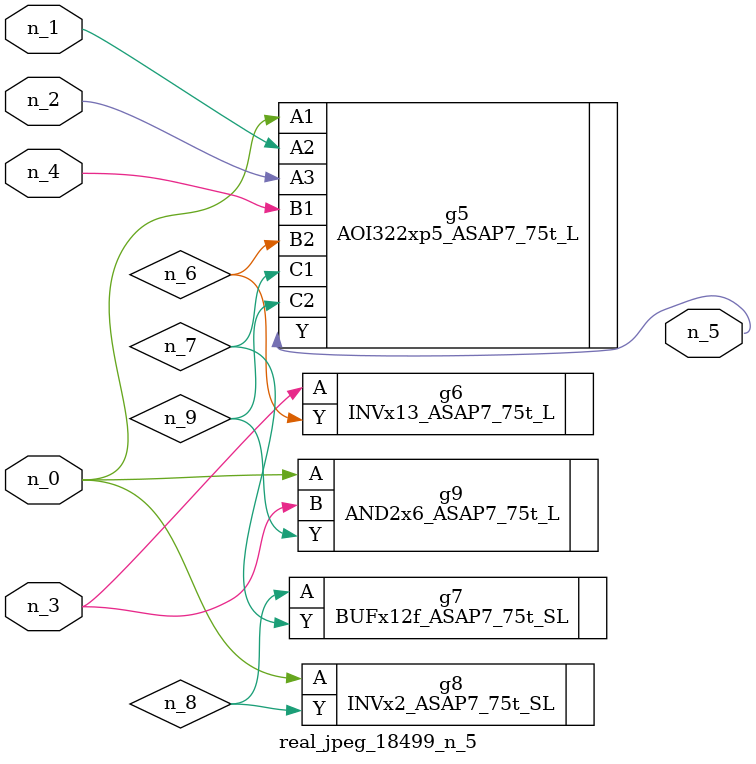
<source format=v>
module real_jpeg_18499_n_5 (n_4, n_0, n_1, n_2, n_3, n_5);

input n_4;
input n_0;
input n_1;
input n_2;
input n_3;

output n_5;

wire n_8;
wire n_6;
wire n_7;
wire n_9;

AOI322xp5_ASAP7_75t_L g5 ( 
.A1(n_0),
.A2(n_1),
.A3(n_2),
.B1(n_4),
.B2(n_6),
.C1(n_7),
.C2(n_9),
.Y(n_5)
);

INVx2_ASAP7_75t_SL g8 ( 
.A(n_0),
.Y(n_8)
);

AND2x6_ASAP7_75t_L g9 ( 
.A(n_0),
.B(n_3),
.Y(n_9)
);

INVx13_ASAP7_75t_L g6 ( 
.A(n_3),
.Y(n_6)
);

BUFx12f_ASAP7_75t_SL g7 ( 
.A(n_8),
.Y(n_7)
);


endmodule
</source>
